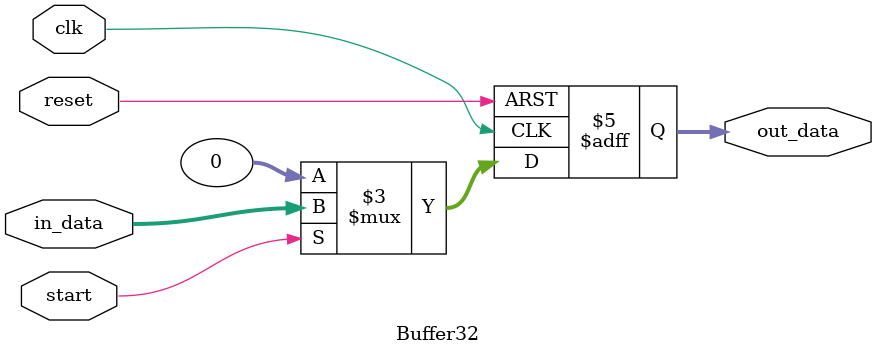
<source format=v>


// endmodule

module Buffer32 (
    input wire clk,
    input wire reset,
    input wire start,
    input wire [31:0] in_data,
    output reg [31:0] out_data
);

always @(posedge clk or posedge reset) begin
    if (reset) begin
        out_data <= 32'b0; // Reset output to 0
    end else if (start) begin
        out_data <= in_data; // Pass input to output if start is 1
    end else begin
        out_data <= 32'b0; // Set output to 0 if start is 0
    end
end

endmodule

</source>
